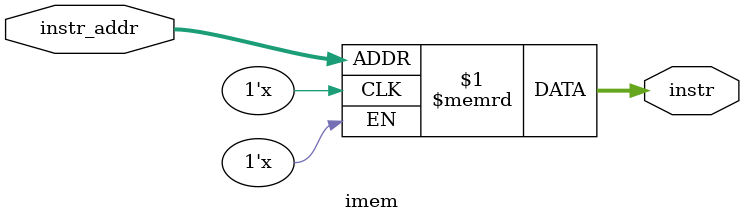
<source format=v>
module imem (
    input [10:0] instr_addr,
    output [31:0] instr
    
);
reg [31:0] mem [31:0];
assign instr=mem[instr_addr];

endmodule //imem
</source>
